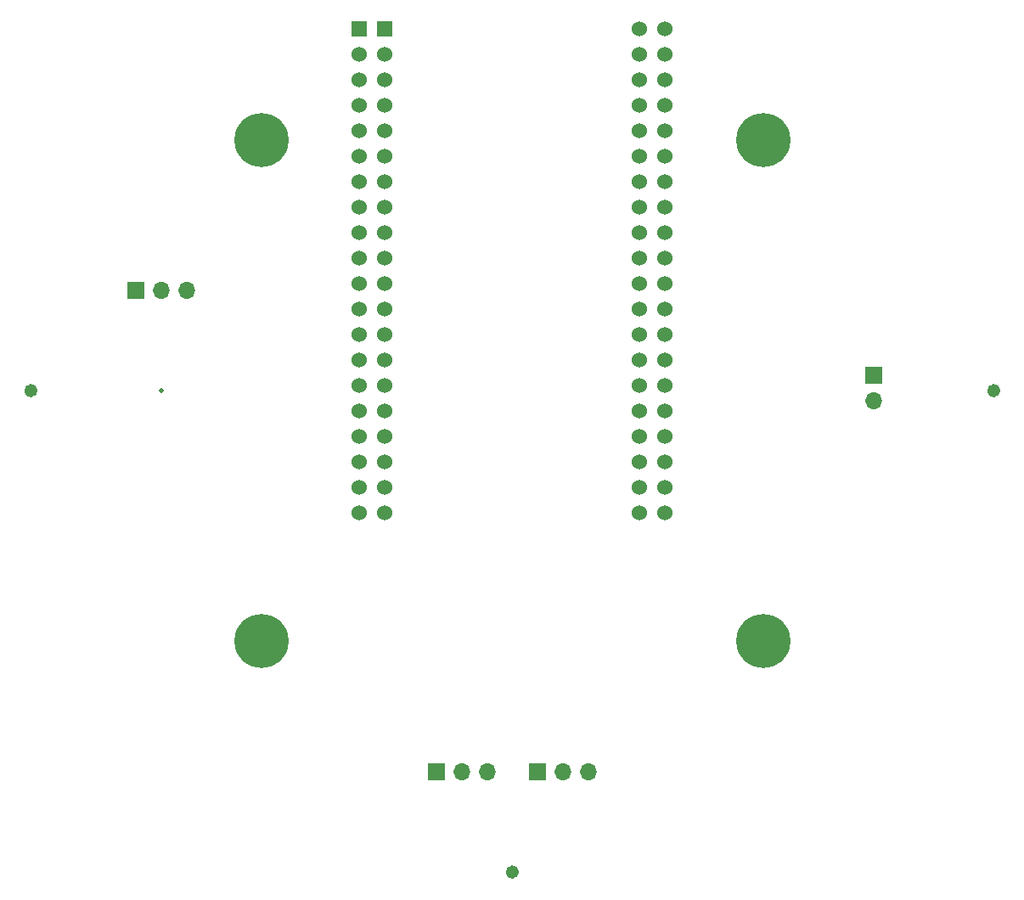
<source format=gbr>
G04 #@! TF.GenerationSoftware,KiCad,Pcbnew,7.0.4-40-g0180cb380f*
G04 #@! TF.CreationDate,2023-06-23T20:45:51-07:00*
G04 #@! TF.ProjectId,RobotOwl,526f626f-744f-4776-9c2e-6b696361645f,rev?*
G04 #@! TF.SameCoordinates,Original*
G04 #@! TF.FileFunction,Soldermask,Bot*
G04 #@! TF.FilePolarity,Negative*
%FSLAX46Y46*%
G04 Gerber Fmt 4.6, Leading zero omitted, Abs format (unit mm)*
G04 Created by KiCad (PCBNEW 7.0.4-40-g0180cb380f) date 2023-06-23 20:45:51*
%MOMM*%
%LPD*%
G01*
G04 APERTURE LIST*
%ADD10C,0.650000*%
%ADD11R,1.524000X1.524000*%
%ADD12C,1.524000*%
%ADD13R,1.700000X1.700000*%
%ADD14O,1.700000X1.700000*%
%ADD15C,1.152000*%
%ADD16C,0.800000*%
%ADD17C,5.400000*%
%ADD18C,0.500000*%
G04 APERTURE END LIST*
D10*
X198325000Y-100000000D02*
G75*
G03*
X198325000Y-100000000I-325000J0D01*
G01*
X150325000Y-148000000D02*
G75*
G03*
X150325000Y-148000000I-325000J0D01*
G01*
X102325000Y-100000000D02*
G75*
G03*
X102325000Y-100000000I-325000J0D01*
G01*
D11*
X134760000Y-63902500D03*
X137300000Y-63902500D03*
D12*
X134760000Y-66442500D03*
X137300000Y-66442500D03*
X134760000Y-68982500D03*
X137300000Y-68982500D03*
X134760000Y-71522500D03*
X137300000Y-71522500D03*
X134760000Y-74062500D03*
X137300000Y-74062500D03*
X134760000Y-76602500D03*
X137300000Y-76602500D03*
X134760000Y-79142500D03*
X137300000Y-79142500D03*
X134760000Y-81682500D03*
X137300000Y-81682500D03*
X134760000Y-84222500D03*
X137300000Y-84222500D03*
X134760000Y-86762500D03*
X137300000Y-86762500D03*
X134760000Y-89302500D03*
X137300000Y-89302500D03*
X134760000Y-91842500D03*
X137300000Y-91842500D03*
X134760000Y-94382500D03*
X137300000Y-94382500D03*
X134760000Y-96922500D03*
X137300000Y-96922500D03*
X134760000Y-99462500D03*
X137300000Y-99462500D03*
X134760000Y-102002500D03*
X137300000Y-102002500D03*
X134760000Y-104542500D03*
X137300000Y-104542500D03*
X134760000Y-107082500D03*
X137300000Y-107082500D03*
X134760000Y-109622500D03*
X137300000Y-109622500D03*
X134760000Y-112162500D03*
X137300000Y-112162500D03*
X162700000Y-112162500D03*
X165240000Y-112162500D03*
X162700000Y-109622500D03*
X165240000Y-109622500D03*
X162700000Y-107082500D03*
X165240000Y-107082500D03*
X162700000Y-104542500D03*
X165240000Y-104542500D03*
X162700000Y-102002500D03*
X165240000Y-102002500D03*
X162700000Y-99462500D03*
X165240000Y-99462500D03*
X162700000Y-96922500D03*
X165240000Y-96922500D03*
X162700000Y-94382500D03*
X165240000Y-94382500D03*
X162700000Y-91842500D03*
X165240000Y-91842500D03*
X162700000Y-89302500D03*
X165240000Y-89302500D03*
X162700000Y-86762500D03*
X165240000Y-86762500D03*
X162700000Y-84222500D03*
X165240000Y-84222500D03*
X162700000Y-81682500D03*
X165240000Y-81682500D03*
X162700000Y-79142500D03*
X165240000Y-79142500D03*
X162700000Y-76602500D03*
X165240000Y-76602500D03*
X162700000Y-74062500D03*
X165240000Y-74062500D03*
X162700000Y-71522500D03*
X165240000Y-71522500D03*
X162700000Y-68982500D03*
X165240000Y-68982500D03*
X162700000Y-66442500D03*
X165240000Y-66442500D03*
X162700000Y-63902500D03*
X165240000Y-63902500D03*
D13*
X152475000Y-138000000D03*
D14*
X155015000Y-138000000D03*
X157555000Y-138000000D03*
D13*
X142460000Y-138000000D03*
D14*
X145000000Y-138000000D03*
X147540000Y-138000000D03*
D15*
X198000000Y-100000000D03*
D16*
X122975000Y-125000000D03*
X123568109Y-123568109D03*
X123568109Y-126431891D03*
X125000000Y-122975000D03*
D17*
X125000000Y-125000000D03*
D16*
X125000000Y-127025000D03*
X126431891Y-123568109D03*
X126431891Y-126431891D03*
X127025000Y-125000000D03*
D15*
X150000000Y-148000000D03*
D16*
X122975000Y-75000000D03*
X123568109Y-73568109D03*
X123568109Y-76431891D03*
X125000000Y-72975000D03*
D17*
X125000000Y-75000000D03*
D16*
X125000000Y-77025000D03*
X126431891Y-73568109D03*
X126431891Y-76431891D03*
X127025000Y-75000000D03*
X172975000Y-125000000D03*
X173568109Y-123568109D03*
X173568109Y-126431891D03*
X175000000Y-122975000D03*
D17*
X175000000Y-125000000D03*
D16*
X175000000Y-127025000D03*
X176431891Y-123568109D03*
X176431891Y-126431891D03*
X177025000Y-125000000D03*
D13*
X112475000Y-90000000D03*
D14*
X115015000Y-90000000D03*
X117555000Y-90000000D03*
D13*
X186000000Y-98460000D03*
D14*
X186000000Y-101000000D03*
D16*
X172975000Y-75000000D03*
X173568109Y-73568109D03*
X173568109Y-76431891D03*
X175000000Y-72975000D03*
D17*
X175000000Y-75000000D03*
D16*
X175000000Y-77025000D03*
X176431891Y-73568109D03*
X176431891Y-76431891D03*
X177025000Y-75000000D03*
D18*
X115000000Y-100000000D03*
D15*
X102000000Y-100000000D03*
M02*

</source>
